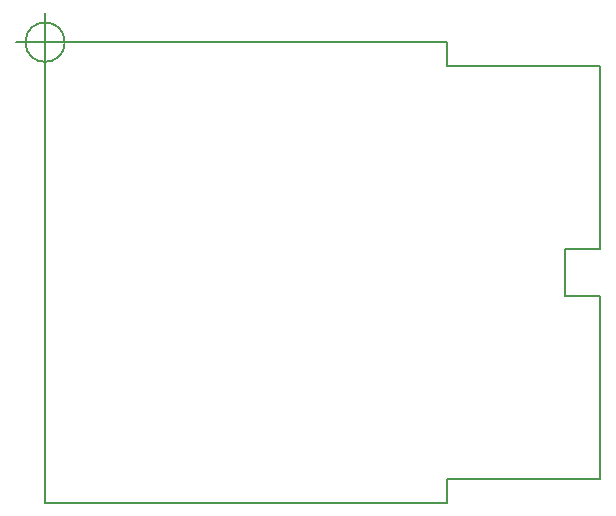
<source format=gm1>
G04 #@! TF.FileFunction,Profile,NP*
%FSLAX46Y46*%
G04 Gerber Fmt 4.6, Leading zero omitted, Abs format (unit mm)*
G04 Created by KiCad (PCBNEW 4.0.2-stable) date 2016-12-15 08:18:14*
%MOMM*%
G01*
G04 APERTURE LIST*
%ADD10C,0.150000*%
G04 APERTURE END LIST*
D10*
X0Y-39000000D02*
X0Y0D01*
X34000000Y-39000000D02*
X0Y-39000000D01*
X34000000Y-37000000D02*
X34000000Y-39000000D01*
X47000000Y-37000000D02*
X34000000Y-37000000D01*
X47000000Y-21500000D02*
X47000000Y-37000000D01*
X44000000Y-21500000D02*
X47000000Y-21500000D01*
X44000000Y-17500000D02*
X44000000Y-21500000D01*
X47000000Y-17500000D02*
X44000000Y-17500000D01*
X47000000Y-2000000D02*
X47000000Y-17500000D01*
X34000000Y-2000000D02*
X47000000Y-2000000D01*
X34000000Y0D02*
X34000000Y-2000000D01*
X0Y0D02*
X34000000Y0D01*
X1666666Y0D02*
G75*
G03X1666666Y0I-1666666J0D01*
G01*
X-2500000Y0D02*
X2500000Y0D01*
X0Y2500000D02*
X0Y-2500000D01*
M02*

</source>
